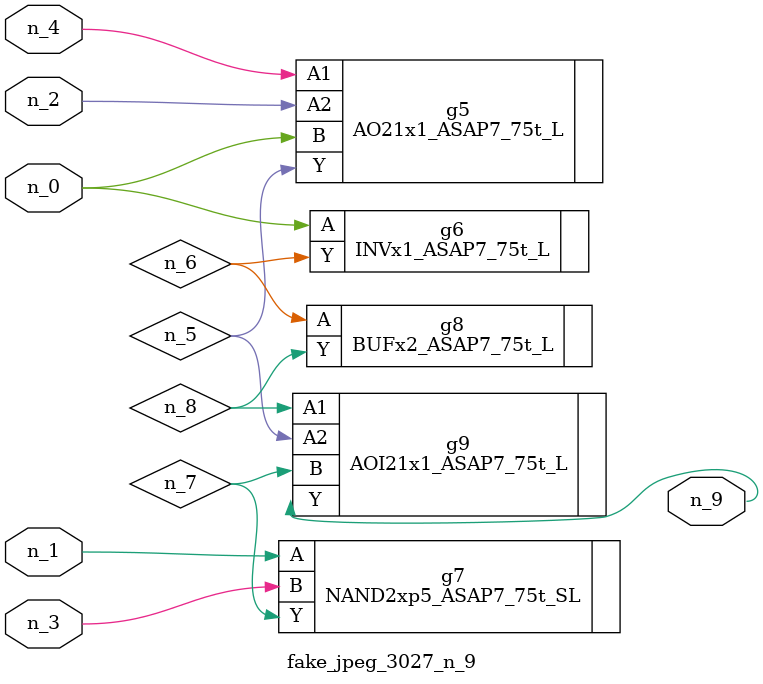
<source format=v>
module fake_jpeg_3027_n_9 (n_3, n_2, n_1, n_0, n_4, n_9);

input n_3;
input n_2;
input n_1;
input n_0;
input n_4;

output n_9;

wire n_8;
wire n_6;
wire n_5;
wire n_7;

AO21x1_ASAP7_75t_L g5 ( 
.A1(n_4),
.A2(n_2),
.B(n_0),
.Y(n_5)
);

INVx1_ASAP7_75t_L g6 ( 
.A(n_0),
.Y(n_6)
);

NAND2xp5_ASAP7_75t_SL g7 ( 
.A(n_1),
.B(n_3),
.Y(n_7)
);

BUFx2_ASAP7_75t_L g8 ( 
.A(n_6),
.Y(n_8)
);

AOI21x1_ASAP7_75t_L g9 ( 
.A1(n_8),
.A2(n_5),
.B(n_7),
.Y(n_9)
);


endmodule
</source>
